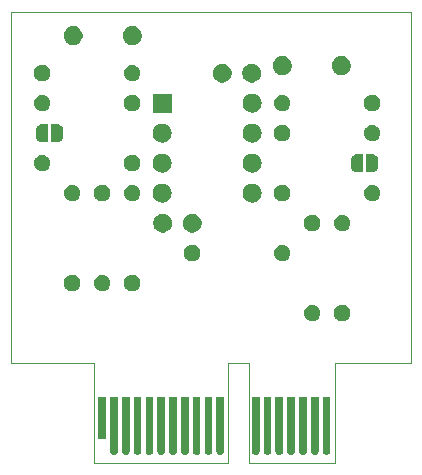
<source format=gbr>
%TF.GenerationSoftware,KiCad,Pcbnew,5.0.2-bee76a0~70~ubuntu16.04.1*%
%TF.CreationDate,2019-06-19T10:20:04+02:00*%
%TF.ProjectId,mixerin_output,6d697865-7269-46e5-9f6f-75747075742e,rev?*%
%TF.SameCoordinates,Original*%
%TF.FileFunction,Soldermask,Bot*%
%TF.FilePolarity,Negative*%
%FSLAX46Y46*%
G04 Gerber Fmt 4.6, Leading zero omitted, Abs format (unit mm)*
G04 Created by KiCad (PCBNEW 5.0.2-bee76a0~70~ubuntu16.04.1) date Mi 19 Jun 2019 10:20:04 CEST*
%MOMM*%
%LPD*%
G01*
G04 APERTURE LIST*
%ADD10C,0.100000*%
G04 APERTURE END LIST*
D10*
X108915200Y-69850000D02*
X116230400Y-69850000D01*
X108915200Y-61350000D02*
X108915200Y-69850000D01*
X107137200Y-61350000D02*
X108915200Y-61350000D01*
X107137200Y-69850000D02*
X107137200Y-61350000D01*
X122682000Y-31623000D02*
X122682000Y-61350000D01*
X88773000Y-31623000D02*
X122682000Y-31623000D01*
X88773000Y-61350000D02*
X88773000Y-31623000D01*
X95808800Y-61350000D02*
X88773000Y-61350000D01*
X95808800Y-69850000D02*
X95808800Y-61350000D01*
X107111800Y-69850000D02*
X95808800Y-69850000D01*
X116230400Y-61350000D02*
X116230400Y-69850000D01*
X122682000Y-61350000D02*
X116230400Y-61350000D01*
G36*
X111845000Y-68817895D02*
X111845602Y-68830146D01*
X111846572Y-68840000D01*
X111845602Y-68849854D01*
X111845000Y-68862105D01*
X111845000Y-68901908D01*
X111836845Y-68917165D01*
X111832712Y-68928715D01*
X111821713Y-68964975D01*
X111805582Y-68995153D01*
X111791535Y-69021434D01*
X111750921Y-69070921D01*
X111701434Y-69111535D01*
X111682614Y-69121594D01*
X111644972Y-69141715D01*
X111583712Y-69160298D01*
X111535965Y-69165000D01*
X111504035Y-69165000D01*
X111456288Y-69160298D01*
X111395028Y-69141715D01*
X111357386Y-69121594D01*
X111338566Y-69111535D01*
X111289079Y-69070921D01*
X111248465Y-69021434D01*
X111234418Y-68995153D01*
X111218287Y-68964975D01*
X111207288Y-68928715D01*
X111197910Y-68906076D01*
X111195000Y-68901721D01*
X111195000Y-68862105D01*
X111194398Y-68849854D01*
X111193428Y-68840000D01*
X111194398Y-68830146D01*
X111195000Y-68817895D01*
X111195000Y-64240000D01*
X111845000Y-64240000D01*
X111845000Y-68817895D01*
X111845000Y-68817895D01*
G37*
G36*
X112845000Y-68817895D02*
X112845602Y-68830146D01*
X112846572Y-68840000D01*
X112845602Y-68849854D01*
X112845000Y-68862105D01*
X112845000Y-68901908D01*
X112836845Y-68917165D01*
X112832712Y-68928715D01*
X112821713Y-68964975D01*
X112805582Y-68995153D01*
X112791535Y-69021434D01*
X112750921Y-69070921D01*
X112701434Y-69111535D01*
X112682614Y-69121594D01*
X112644972Y-69141715D01*
X112583712Y-69160298D01*
X112535965Y-69165000D01*
X112504035Y-69165000D01*
X112456288Y-69160298D01*
X112395028Y-69141715D01*
X112357386Y-69121594D01*
X112338566Y-69111535D01*
X112289079Y-69070921D01*
X112248465Y-69021434D01*
X112234418Y-68995153D01*
X112218287Y-68964975D01*
X112207288Y-68928715D01*
X112197910Y-68906076D01*
X112195000Y-68901721D01*
X112195000Y-68862105D01*
X112194398Y-68849854D01*
X112193428Y-68840000D01*
X112194398Y-68830146D01*
X112195000Y-68817895D01*
X112195000Y-64240000D01*
X112845000Y-64240000D01*
X112845000Y-68817895D01*
X112845000Y-68817895D01*
G37*
G36*
X99845000Y-68817895D02*
X99845602Y-68830146D01*
X99846572Y-68840000D01*
X99845602Y-68849854D01*
X99845000Y-68862105D01*
X99845000Y-68901908D01*
X99836845Y-68917165D01*
X99832712Y-68928715D01*
X99821713Y-68964975D01*
X99805582Y-68995153D01*
X99791535Y-69021434D01*
X99750921Y-69070921D01*
X99701434Y-69111535D01*
X99682614Y-69121594D01*
X99644972Y-69141715D01*
X99583712Y-69160298D01*
X99535965Y-69165000D01*
X99504035Y-69165000D01*
X99456288Y-69160298D01*
X99395028Y-69141715D01*
X99357386Y-69121594D01*
X99338566Y-69111535D01*
X99289079Y-69070921D01*
X99248465Y-69021434D01*
X99234418Y-68995153D01*
X99218287Y-68964975D01*
X99207288Y-68928715D01*
X99197910Y-68906076D01*
X99195000Y-68901721D01*
X99195000Y-68862105D01*
X99194398Y-68849854D01*
X99193428Y-68840000D01*
X99194398Y-68830146D01*
X99195000Y-68817895D01*
X99195000Y-64240000D01*
X99845000Y-64240000D01*
X99845000Y-68817895D01*
X99845000Y-68817895D01*
G37*
G36*
X100845000Y-68817895D02*
X100845602Y-68830146D01*
X100846572Y-68840000D01*
X100845602Y-68849854D01*
X100845000Y-68862105D01*
X100845000Y-68901908D01*
X100836845Y-68917165D01*
X100832712Y-68928715D01*
X100821713Y-68964975D01*
X100805582Y-68995153D01*
X100791535Y-69021434D01*
X100750921Y-69070921D01*
X100701434Y-69111535D01*
X100682614Y-69121594D01*
X100644972Y-69141715D01*
X100583712Y-69160298D01*
X100535965Y-69165000D01*
X100504035Y-69165000D01*
X100456288Y-69160298D01*
X100395028Y-69141715D01*
X100357386Y-69121594D01*
X100338566Y-69111535D01*
X100289079Y-69070921D01*
X100248465Y-69021434D01*
X100234418Y-68995153D01*
X100218287Y-68964975D01*
X100207288Y-68928715D01*
X100197910Y-68906076D01*
X100195000Y-68901721D01*
X100195000Y-68862105D01*
X100194398Y-68849854D01*
X100193428Y-68840000D01*
X100194398Y-68830146D01*
X100195000Y-68817895D01*
X100195000Y-64240000D01*
X100845000Y-64240000D01*
X100845000Y-68817895D01*
X100845000Y-68817895D01*
G37*
G36*
X101845000Y-68817895D02*
X101845602Y-68830146D01*
X101846572Y-68840000D01*
X101845602Y-68849854D01*
X101845000Y-68862105D01*
X101845000Y-68901908D01*
X101836845Y-68917165D01*
X101832712Y-68928715D01*
X101821713Y-68964975D01*
X101805582Y-68995153D01*
X101791535Y-69021434D01*
X101750921Y-69070921D01*
X101701434Y-69111535D01*
X101682614Y-69121594D01*
X101644972Y-69141715D01*
X101583712Y-69160298D01*
X101535965Y-69165000D01*
X101504035Y-69165000D01*
X101456288Y-69160298D01*
X101395028Y-69141715D01*
X101357386Y-69121594D01*
X101338566Y-69111535D01*
X101289079Y-69070921D01*
X101248465Y-69021434D01*
X101234418Y-68995153D01*
X101218287Y-68964975D01*
X101207288Y-68928715D01*
X101197910Y-68906076D01*
X101195000Y-68901721D01*
X101195000Y-68862105D01*
X101194398Y-68849854D01*
X101193428Y-68840000D01*
X101194398Y-68830146D01*
X101195000Y-68817895D01*
X101195000Y-64240000D01*
X101845000Y-64240000D01*
X101845000Y-68817895D01*
X101845000Y-68817895D01*
G37*
G36*
X102845000Y-68817895D02*
X102845602Y-68830146D01*
X102846572Y-68840000D01*
X102845602Y-68849854D01*
X102845000Y-68862105D01*
X102845000Y-68901908D01*
X102836845Y-68917165D01*
X102832712Y-68928715D01*
X102821713Y-68964975D01*
X102805582Y-68995153D01*
X102791535Y-69021434D01*
X102750921Y-69070921D01*
X102701434Y-69111535D01*
X102682614Y-69121594D01*
X102644972Y-69141715D01*
X102583712Y-69160298D01*
X102535965Y-69165000D01*
X102504035Y-69165000D01*
X102456288Y-69160298D01*
X102395028Y-69141715D01*
X102357386Y-69121594D01*
X102338566Y-69111535D01*
X102289079Y-69070921D01*
X102248465Y-69021434D01*
X102234418Y-68995153D01*
X102218287Y-68964975D01*
X102207288Y-68928715D01*
X102197910Y-68906076D01*
X102195000Y-68901721D01*
X102195000Y-68862105D01*
X102194398Y-68849854D01*
X102193428Y-68840000D01*
X102194398Y-68830146D01*
X102195000Y-68817895D01*
X102195000Y-64240000D01*
X102845000Y-64240000D01*
X102845000Y-68817895D01*
X102845000Y-68817895D01*
G37*
G36*
X103845000Y-68817895D02*
X103845602Y-68830146D01*
X103846572Y-68840000D01*
X103845602Y-68849854D01*
X103845000Y-68862105D01*
X103845000Y-68901908D01*
X103836845Y-68917165D01*
X103832712Y-68928715D01*
X103821713Y-68964975D01*
X103805582Y-68995153D01*
X103791535Y-69021434D01*
X103750921Y-69070921D01*
X103701434Y-69111535D01*
X103682614Y-69121594D01*
X103644972Y-69141715D01*
X103583712Y-69160298D01*
X103535965Y-69165000D01*
X103504035Y-69165000D01*
X103456288Y-69160298D01*
X103395028Y-69141715D01*
X103357386Y-69121594D01*
X103338566Y-69111535D01*
X103289079Y-69070921D01*
X103248465Y-69021434D01*
X103234418Y-68995153D01*
X103218287Y-68964975D01*
X103207288Y-68928715D01*
X103197910Y-68906076D01*
X103195000Y-68901721D01*
X103195000Y-68862105D01*
X103194398Y-68849854D01*
X103193428Y-68840000D01*
X103194398Y-68830146D01*
X103195000Y-68817895D01*
X103195000Y-64240000D01*
X103845000Y-64240000D01*
X103845000Y-68817895D01*
X103845000Y-68817895D01*
G37*
G36*
X104845000Y-68817895D02*
X104845602Y-68830146D01*
X104846572Y-68840000D01*
X104845602Y-68849854D01*
X104845000Y-68862105D01*
X104845000Y-68901908D01*
X104836845Y-68917165D01*
X104832712Y-68928715D01*
X104821713Y-68964975D01*
X104805582Y-68995153D01*
X104791535Y-69021434D01*
X104750921Y-69070921D01*
X104701434Y-69111535D01*
X104682614Y-69121594D01*
X104644972Y-69141715D01*
X104583712Y-69160298D01*
X104535965Y-69165000D01*
X104504035Y-69165000D01*
X104456288Y-69160298D01*
X104395028Y-69141715D01*
X104357386Y-69121594D01*
X104338566Y-69111535D01*
X104289079Y-69070921D01*
X104248465Y-69021434D01*
X104234418Y-68995153D01*
X104218287Y-68964975D01*
X104207288Y-68928715D01*
X104197910Y-68906076D01*
X104195000Y-68901721D01*
X104195000Y-68862105D01*
X104194398Y-68849854D01*
X104193428Y-68840000D01*
X104194398Y-68830146D01*
X104195000Y-68817895D01*
X104195000Y-64240000D01*
X104845000Y-64240000D01*
X104845000Y-68817895D01*
X104845000Y-68817895D01*
G37*
G36*
X105845000Y-68817895D02*
X105845602Y-68830146D01*
X105846572Y-68840000D01*
X105845602Y-68849854D01*
X105845000Y-68862105D01*
X105845000Y-68901908D01*
X105836845Y-68917165D01*
X105832712Y-68928715D01*
X105821713Y-68964975D01*
X105805582Y-68995153D01*
X105791535Y-69021434D01*
X105750921Y-69070921D01*
X105701434Y-69111535D01*
X105682614Y-69121594D01*
X105644972Y-69141715D01*
X105583712Y-69160298D01*
X105535965Y-69165000D01*
X105504035Y-69165000D01*
X105456288Y-69160298D01*
X105395028Y-69141715D01*
X105357386Y-69121594D01*
X105338566Y-69111535D01*
X105289079Y-69070921D01*
X105248465Y-69021434D01*
X105234418Y-68995153D01*
X105218287Y-68964975D01*
X105207288Y-68928715D01*
X105197910Y-68906076D01*
X105195000Y-68901721D01*
X105195000Y-68862105D01*
X105194398Y-68849854D01*
X105193428Y-68840000D01*
X105194398Y-68830146D01*
X105195000Y-68817895D01*
X105195000Y-64240000D01*
X105845000Y-64240000D01*
X105845000Y-68817895D01*
X105845000Y-68817895D01*
G37*
G36*
X98845000Y-68817895D02*
X98845602Y-68830146D01*
X98846572Y-68840000D01*
X98845602Y-68849854D01*
X98845000Y-68862105D01*
X98845000Y-68901908D01*
X98836845Y-68917165D01*
X98832712Y-68928715D01*
X98821713Y-68964975D01*
X98805582Y-68995153D01*
X98791535Y-69021434D01*
X98750921Y-69070921D01*
X98701434Y-69111535D01*
X98682614Y-69121594D01*
X98644972Y-69141715D01*
X98583712Y-69160298D01*
X98535965Y-69165000D01*
X98504035Y-69165000D01*
X98456288Y-69160298D01*
X98395028Y-69141715D01*
X98357386Y-69121594D01*
X98338566Y-69111535D01*
X98289079Y-69070921D01*
X98248465Y-69021434D01*
X98234418Y-68995153D01*
X98218287Y-68964975D01*
X98207288Y-68928715D01*
X98197910Y-68906076D01*
X98195000Y-68901721D01*
X98195000Y-68862105D01*
X98194398Y-68849854D01*
X98193428Y-68840000D01*
X98194398Y-68830146D01*
X98195000Y-68817895D01*
X98195000Y-64240000D01*
X98845000Y-64240000D01*
X98845000Y-68817895D01*
X98845000Y-68817895D01*
G37*
G36*
X110845000Y-68817895D02*
X110845602Y-68830146D01*
X110846572Y-68840000D01*
X110845602Y-68849854D01*
X110845000Y-68862105D01*
X110845000Y-68901908D01*
X110836845Y-68917165D01*
X110832712Y-68928715D01*
X110821713Y-68964975D01*
X110805582Y-68995153D01*
X110791535Y-69021434D01*
X110750921Y-69070921D01*
X110701434Y-69111535D01*
X110682614Y-69121594D01*
X110644972Y-69141715D01*
X110583712Y-69160298D01*
X110535965Y-69165000D01*
X110504035Y-69165000D01*
X110456288Y-69160298D01*
X110395028Y-69141715D01*
X110357386Y-69121594D01*
X110338566Y-69111535D01*
X110289079Y-69070921D01*
X110248465Y-69021434D01*
X110234418Y-68995153D01*
X110218287Y-68964975D01*
X110207288Y-68928715D01*
X110197910Y-68906076D01*
X110195000Y-68901721D01*
X110195000Y-68862105D01*
X110194398Y-68849854D01*
X110193428Y-68840000D01*
X110194398Y-68830146D01*
X110195000Y-68817895D01*
X110195000Y-64240000D01*
X110845000Y-64240000D01*
X110845000Y-68817895D01*
X110845000Y-68817895D01*
G37*
G36*
X113845000Y-68817895D02*
X113845602Y-68830146D01*
X113846572Y-68840000D01*
X113845602Y-68849854D01*
X113845000Y-68862105D01*
X113845000Y-68901908D01*
X113836845Y-68917165D01*
X113832712Y-68928715D01*
X113821713Y-68964975D01*
X113805582Y-68995153D01*
X113791535Y-69021434D01*
X113750921Y-69070921D01*
X113701434Y-69111535D01*
X113682614Y-69121594D01*
X113644972Y-69141715D01*
X113583712Y-69160298D01*
X113535965Y-69165000D01*
X113504035Y-69165000D01*
X113456288Y-69160298D01*
X113395028Y-69141715D01*
X113357386Y-69121594D01*
X113338566Y-69111535D01*
X113289079Y-69070921D01*
X113248465Y-69021434D01*
X113234418Y-68995153D01*
X113218287Y-68964975D01*
X113207288Y-68928715D01*
X113197910Y-68906076D01*
X113195000Y-68901721D01*
X113195000Y-68862105D01*
X113194398Y-68849854D01*
X113193428Y-68840000D01*
X113194398Y-68830146D01*
X113195000Y-68817895D01*
X113195000Y-64240000D01*
X113845000Y-64240000D01*
X113845000Y-68817895D01*
X113845000Y-68817895D01*
G37*
G36*
X106845000Y-68817895D02*
X106845602Y-68830146D01*
X106846572Y-68840000D01*
X106845602Y-68849854D01*
X106845000Y-68862105D01*
X106845000Y-68901908D01*
X106836845Y-68917165D01*
X106832712Y-68928715D01*
X106821713Y-68964975D01*
X106805582Y-68995153D01*
X106791535Y-69021434D01*
X106750921Y-69070921D01*
X106701434Y-69111535D01*
X106682614Y-69121594D01*
X106644972Y-69141715D01*
X106583712Y-69160298D01*
X106535965Y-69165000D01*
X106504035Y-69165000D01*
X106456288Y-69160298D01*
X106395028Y-69141715D01*
X106357386Y-69121594D01*
X106338566Y-69111535D01*
X106289079Y-69070921D01*
X106248465Y-69021434D01*
X106234418Y-68995153D01*
X106218287Y-68964975D01*
X106207288Y-68928715D01*
X106197910Y-68906076D01*
X106195000Y-68901721D01*
X106195000Y-68862105D01*
X106194398Y-68849854D01*
X106193428Y-68840000D01*
X106194398Y-68830146D01*
X106195000Y-68817895D01*
X106195000Y-64240000D01*
X106845000Y-64240000D01*
X106845000Y-68817895D01*
X106845000Y-68817895D01*
G37*
G36*
X109845000Y-68817895D02*
X109845602Y-68830146D01*
X109846572Y-68840000D01*
X109845602Y-68849854D01*
X109845000Y-68862105D01*
X109845000Y-68901908D01*
X109836845Y-68917165D01*
X109832712Y-68928715D01*
X109821713Y-68964975D01*
X109805582Y-68995153D01*
X109791535Y-69021434D01*
X109750921Y-69070921D01*
X109701434Y-69111535D01*
X109682614Y-69121594D01*
X109644972Y-69141715D01*
X109583712Y-69160298D01*
X109535965Y-69165000D01*
X109504035Y-69165000D01*
X109456288Y-69160298D01*
X109395028Y-69141715D01*
X109357386Y-69121594D01*
X109338566Y-69111535D01*
X109289079Y-69070921D01*
X109248465Y-69021434D01*
X109234418Y-68995153D01*
X109218287Y-68964975D01*
X109207288Y-68928715D01*
X109197910Y-68906076D01*
X109195000Y-68901721D01*
X109195000Y-68862105D01*
X109194398Y-68849854D01*
X109193428Y-68840000D01*
X109194398Y-68830146D01*
X109195000Y-68817895D01*
X109195000Y-64240000D01*
X109845000Y-64240000D01*
X109845000Y-68817895D01*
X109845000Y-68817895D01*
G37*
G36*
X114845000Y-68817895D02*
X114845602Y-68830146D01*
X114846572Y-68840000D01*
X114845602Y-68849854D01*
X114845000Y-68862105D01*
X114845000Y-68901908D01*
X114836845Y-68917165D01*
X114832712Y-68928715D01*
X114821713Y-68964975D01*
X114805582Y-68995153D01*
X114791535Y-69021434D01*
X114750921Y-69070921D01*
X114701434Y-69111535D01*
X114682614Y-69121594D01*
X114644972Y-69141715D01*
X114583712Y-69160298D01*
X114535965Y-69165000D01*
X114504035Y-69165000D01*
X114456288Y-69160298D01*
X114395028Y-69141715D01*
X114357386Y-69121594D01*
X114338566Y-69111535D01*
X114289079Y-69070921D01*
X114248465Y-69021434D01*
X114234418Y-68995153D01*
X114218287Y-68964975D01*
X114207288Y-68928715D01*
X114197910Y-68906076D01*
X114195000Y-68901721D01*
X114195000Y-68862105D01*
X114194398Y-68849854D01*
X114193428Y-68840000D01*
X114194398Y-68830146D01*
X114195000Y-68817895D01*
X114195000Y-64240000D01*
X114845000Y-64240000D01*
X114845000Y-68817895D01*
X114845000Y-68817895D01*
G37*
G36*
X115845000Y-68817895D02*
X115845602Y-68830146D01*
X115846572Y-68840000D01*
X115845602Y-68849854D01*
X115845000Y-68862105D01*
X115845000Y-68901908D01*
X115836845Y-68917165D01*
X115832712Y-68928715D01*
X115821713Y-68964975D01*
X115805582Y-68995153D01*
X115791535Y-69021434D01*
X115750921Y-69070921D01*
X115701434Y-69111535D01*
X115682614Y-69121594D01*
X115644972Y-69141715D01*
X115583712Y-69160298D01*
X115535965Y-69165000D01*
X115504035Y-69165000D01*
X115456288Y-69160298D01*
X115395028Y-69141715D01*
X115357386Y-69121594D01*
X115338566Y-69111535D01*
X115289079Y-69070921D01*
X115248465Y-69021434D01*
X115234418Y-68995153D01*
X115218287Y-68964975D01*
X115207288Y-68928715D01*
X115197910Y-68906076D01*
X115195000Y-68901721D01*
X115195000Y-68862105D01*
X115194398Y-68849854D01*
X115193428Y-68840000D01*
X115194398Y-68830146D01*
X115195000Y-68817895D01*
X115195000Y-64240000D01*
X115845000Y-64240000D01*
X115845000Y-68817895D01*
X115845000Y-68817895D01*
G37*
G36*
X97845000Y-68817895D02*
X97845602Y-68830146D01*
X97846572Y-68840000D01*
X97845602Y-68849854D01*
X97845000Y-68862105D01*
X97845000Y-68901908D01*
X97836845Y-68917165D01*
X97832712Y-68928715D01*
X97821713Y-68964975D01*
X97805582Y-68995153D01*
X97791535Y-69021434D01*
X97750921Y-69070921D01*
X97701434Y-69111535D01*
X97682614Y-69121594D01*
X97644972Y-69141715D01*
X97583712Y-69160298D01*
X97535965Y-69165000D01*
X97504035Y-69165000D01*
X97456288Y-69160298D01*
X97395028Y-69141715D01*
X97357386Y-69121594D01*
X97338566Y-69111535D01*
X97289079Y-69070921D01*
X97248465Y-69021434D01*
X97234418Y-68995153D01*
X97218287Y-68964975D01*
X97207288Y-68928715D01*
X97197910Y-68906076D01*
X97195000Y-68901721D01*
X97195000Y-68862105D01*
X97194398Y-68849854D01*
X97193428Y-68840000D01*
X97194398Y-68830146D01*
X97195000Y-68817895D01*
X97195000Y-64240000D01*
X97845000Y-64240000D01*
X97845000Y-68817895D01*
X97845000Y-68817895D01*
G37*
G36*
X96845000Y-67840000D02*
X96195000Y-67840000D01*
X96195000Y-64240000D01*
X96845000Y-64240000D01*
X96845000Y-67840000D01*
X96845000Y-67840000D01*
G37*
G36*
X114504183Y-56476900D02*
X114631574Y-56529668D01*
X114684685Y-56565155D01*
X114746225Y-56606275D01*
X114843725Y-56703775D01*
X114920332Y-56818426D01*
X114973100Y-56945817D01*
X115000000Y-57081055D01*
X115000000Y-57218945D01*
X114973100Y-57354183D01*
X114920332Y-57481574D01*
X114843726Y-57596224D01*
X114746224Y-57693726D01*
X114631574Y-57770332D01*
X114504183Y-57823100D01*
X114368945Y-57850000D01*
X114231055Y-57850000D01*
X114095817Y-57823100D01*
X113968426Y-57770332D01*
X113853776Y-57693726D01*
X113756274Y-57596224D01*
X113679668Y-57481574D01*
X113626900Y-57354183D01*
X113600000Y-57218945D01*
X113600000Y-57081055D01*
X113626900Y-56945817D01*
X113679668Y-56818426D01*
X113756275Y-56703775D01*
X113853775Y-56606275D01*
X113915316Y-56565155D01*
X113968426Y-56529668D01*
X114095817Y-56476900D01*
X114231055Y-56450000D01*
X114368945Y-56450000D01*
X114504183Y-56476900D01*
X114504183Y-56476900D01*
G37*
G36*
X116977224Y-56460128D02*
X117109175Y-56500155D01*
X117230781Y-56565155D01*
X117337370Y-56652630D01*
X117424845Y-56759219D01*
X117489845Y-56880825D01*
X117529872Y-57012776D01*
X117543387Y-57150000D01*
X117529872Y-57287224D01*
X117489845Y-57419175D01*
X117424845Y-57540781D01*
X117337370Y-57647370D01*
X117230781Y-57734845D01*
X117109175Y-57799845D01*
X116977224Y-57839872D01*
X116874390Y-57850000D01*
X116805610Y-57850000D01*
X116702776Y-57839872D01*
X116570825Y-57799845D01*
X116449219Y-57734845D01*
X116342630Y-57647370D01*
X116255155Y-57540781D01*
X116190155Y-57419175D01*
X116150128Y-57287224D01*
X116136613Y-57150000D01*
X116150128Y-57012776D01*
X116190155Y-56880825D01*
X116255155Y-56759219D01*
X116342630Y-56652630D01*
X116449219Y-56565155D01*
X116570825Y-56500155D01*
X116702776Y-56460128D01*
X116805610Y-56450000D01*
X116874390Y-56450000D01*
X116977224Y-56460128D01*
X116977224Y-56460128D01*
G37*
G36*
X94117224Y-53920128D02*
X94249175Y-53960155D01*
X94370781Y-54025155D01*
X94477370Y-54112630D01*
X94564845Y-54219219D01*
X94629845Y-54340825D01*
X94669872Y-54472776D01*
X94683387Y-54610000D01*
X94669872Y-54747224D01*
X94629845Y-54879175D01*
X94564845Y-55000781D01*
X94477370Y-55107370D01*
X94370781Y-55194845D01*
X94249175Y-55259845D01*
X94117224Y-55299872D01*
X94014390Y-55310000D01*
X93945610Y-55310000D01*
X93842776Y-55299872D01*
X93710825Y-55259845D01*
X93589219Y-55194845D01*
X93482630Y-55107370D01*
X93395155Y-55000781D01*
X93330155Y-54879175D01*
X93290128Y-54747224D01*
X93276613Y-54610000D01*
X93290128Y-54472776D01*
X93330155Y-54340825D01*
X93395155Y-54219219D01*
X93482630Y-54112630D01*
X93589219Y-54025155D01*
X93710825Y-53960155D01*
X93842776Y-53920128D01*
X93945610Y-53910000D01*
X94014390Y-53910000D01*
X94117224Y-53920128D01*
X94117224Y-53920128D01*
G37*
G36*
X99197224Y-53920128D02*
X99329175Y-53960155D01*
X99450781Y-54025155D01*
X99557370Y-54112630D01*
X99644845Y-54219219D01*
X99709845Y-54340825D01*
X99749872Y-54472776D01*
X99763387Y-54610000D01*
X99749872Y-54747224D01*
X99709845Y-54879175D01*
X99644845Y-55000781D01*
X99557370Y-55107370D01*
X99450781Y-55194845D01*
X99329175Y-55259845D01*
X99197224Y-55299872D01*
X99094390Y-55310000D01*
X99025610Y-55310000D01*
X98922776Y-55299872D01*
X98790825Y-55259845D01*
X98669219Y-55194845D01*
X98562630Y-55107370D01*
X98475155Y-55000781D01*
X98410155Y-54879175D01*
X98370128Y-54747224D01*
X98356613Y-54610000D01*
X98370128Y-54472776D01*
X98410155Y-54340825D01*
X98475155Y-54219219D01*
X98562630Y-54112630D01*
X98669219Y-54025155D01*
X98790825Y-53960155D01*
X98922776Y-53920128D01*
X99025610Y-53910000D01*
X99094390Y-53910000D01*
X99197224Y-53920128D01*
X99197224Y-53920128D01*
G37*
G36*
X96724183Y-53936900D02*
X96851574Y-53989668D01*
X96904685Y-54025155D01*
X96966225Y-54066275D01*
X97063725Y-54163775D01*
X97140332Y-54278426D01*
X97193100Y-54405817D01*
X97220000Y-54541055D01*
X97220000Y-54678945D01*
X97193100Y-54814183D01*
X97140332Y-54941574D01*
X97063726Y-55056224D01*
X96966224Y-55153726D01*
X96851574Y-55230332D01*
X96724183Y-55283100D01*
X96588945Y-55310000D01*
X96451055Y-55310000D01*
X96315817Y-55283100D01*
X96188426Y-55230332D01*
X96073776Y-55153726D01*
X95976274Y-55056224D01*
X95899668Y-54941574D01*
X95846900Y-54814183D01*
X95820000Y-54678945D01*
X95820000Y-54541055D01*
X95846900Y-54405817D01*
X95899668Y-54278426D01*
X95976275Y-54163775D01*
X96073775Y-54066275D01*
X96135316Y-54025155D01*
X96188426Y-53989668D01*
X96315817Y-53936900D01*
X96451055Y-53910000D01*
X96588945Y-53910000D01*
X96724183Y-53936900D01*
X96724183Y-53936900D01*
G37*
G36*
X104277224Y-51380128D02*
X104409175Y-51420155D01*
X104530781Y-51485155D01*
X104637370Y-51572630D01*
X104724845Y-51679219D01*
X104789845Y-51800825D01*
X104829872Y-51932776D01*
X104843387Y-52070000D01*
X104829872Y-52207224D01*
X104789845Y-52339175D01*
X104724845Y-52460781D01*
X104637370Y-52567370D01*
X104530781Y-52654845D01*
X104409175Y-52719845D01*
X104277224Y-52759872D01*
X104174390Y-52770000D01*
X104105610Y-52770000D01*
X104002776Y-52759872D01*
X103870825Y-52719845D01*
X103749219Y-52654845D01*
X103642630Y-52567370D01*
X103555155Y-52460781D01*
X103490155Y-52339175D01*
X103450128Y-52207224D01*
X103436613Y-52070000D01*
X103450128Y-51932776D01*
X103490155Y-51800825D01*
X103555155Y-51679219D01*
X103642630Y-51572630D01*
X103749219Y-51485155D01*
X103870825Y-51420155D01*
X104002776Y-51380128D01*
X104105610Y-51370000D01*
X104174390Y-51370000D01*
X104277224Y-51380128D01*
X104277224Y-51380128D01*
G37*
G36*
X111964183Y-51396900D02*
X112091574Y-51449668D01*
X112144685Y-51485155D01*
X112206225Y-51526275D01*
X112303725Y-51623775D01*
X112380332Y-51738426D01*
X112433100Y-51865817D01*
X112460000Y-52001055D01*
X112460000Y-52138945D01*
X112433100Y-52274183D01*
X112380332Y-52401574D01*
X112303726Y-52516224D01*
X112206224Y-52613726D01*
X112091574Y-52690332D01*
X111964183Y-52743100D01*
X111828945Y-52770000D01*
X111691055Y-52770000D01*
X111555817Y-52743100D01*
X111428426Y-52690332D01*
X111313776Y-52613726D01*
X111216274Y-52516224D01*
X111139668Y-52401574D01*
X111086900Y-52274183D01*
X111060000Y-52138945D01*
X111060000Y-52001055D01*
X111086900Y-51865817D01*
X111139668Y-51738426D01*
X111216275Y-51623775D01*
X111313775Y-51526275D01*
X111375316Y-51485155D01*
X111428426Y-51449668D01*
X111555817Y-51396900D01*
X111691055Y-51370000D01*
X111828945Y-51370000D01*
X111964183Y-51396900D01*
X111964183Y-51396900D01*
G37*
G36*
X104373352Y-48760743D02*
X104518941Y-48821048D01*
X104649973Y-48908601D01*
X104761399Y-49020027D01*
X104848952Y-49151059D01*
X104909257Y-49296648D01*
X104940000Y-49451205D01*
X104940000Y-49608795D01*
X104909257Y-49763352D01*
X104848952Y-49908941D01*
X104761399Y-50039973D01*
X104649973Y-50151399D01*
X104518941Y-50238952D01*
X104373352Y-50299257D01*
X104218795Y-50330000D01*
X104061205Y-50330000D01*
X103906648Y-50299257D01*
X103761059Y-50238952D01*
X103630027Y-50151399D01*
X103518601Y-50039973D01*
X103431048Y-49908941D01*
X103370743Y-49763352D01*
X103340000Y-49608795D01*
X103340000Y-49451205D01*
X103370743Y-49296648D01*
X103431048Y-49151059D01*
X103518601Y-49020027D01*
X103630027Y-48908601D01*
X103761059Y-48821048D01*
X103906648Y-48760743D01*
X104061205Y-48730000D01*
X104218795Y-48730000D01*
X104373352Y-48760743D01*
X104373352Y-48760743D01*
G37*
G36*
X101873352Y-48760743D02*
X102018941Y-48821048D01*
X102149973Y-48908601D01*
X102261399Y-49020027D01*
X102348952Y-49151059D01*
X102409257Y-49296648D01*
X102440000Y-49451205D01*
X102440000Y-49608795D01*
X102409257Y-49763352D01*
X102348952Y-49908941D01*
X102261399Y-50039973D01*
X102149973Y-50151399D01*
X102018941Y-50238952D01*
X101873352Y-50299257D01*
X101718795Y-50330000D01*
X101561205Y-50330000D01*
X101406648Y-50299257D01*
X101261059Y-50238952D01*
X101130027Y-50151399D01*
X101018601Y-50039973D01*
X100931048Y-49908941D01*
X100870743Y-49763352D01*
X100840000Y-49608795D01*
X100840000Y-49451205D01*
X100870743Y-49296648D01*
X100931048Y-49151059D01*
X101018601Y-49020027D01*
X101130027Y-48908601D01*
X101261059Y-48821048D01*
X101406648Y-48760743D01*
X101561205Y-48730000D01*
X101718795Y-48730000D01*
X101873352Y-48760743D01*
X101873352Y-48760743D01*
G37*
G36*
X114437224Y-48840128D02*
X114569175Y-48880155D01*
X114690781Y-48945155D01*
X114797370Y-49032630D01*
X114884845Y-49139219D01*
X114949845Y-49260825D01*
X114989872Y-49392776D01*
X115003387Y-49530000D01*
X114989872Y-49667224D01*
X114949845Y-49799175D01*
X114884845Y-49920781D01*
X114797370Y-50027370D01*
X114690781Y-50114845D01*
X114569175Y-50179845D01*
X114437224Y-50219872D01*
X114334390Y-50230000D01*
X114265610Y-50230000D01*
X114162776Y-50219872D01*
X114030825Y-50179845D01*
X113909219Y-50114845D01*
X113802630Y-50027370D01*
X113715155Y-49920781D01*
X113650155Y-49799175D01*
X113610128Y-49667224D01*
X113596613Y-49530000D01*
X113610128Y-49392776D01*
X113650155Y-49260825D01*
X113715155Y-49139219D01*
X113802630Y-49032630D01*
X113909219Y-48945155D01*
X114030825Y-48880155D01*
X114162776Y-48840128D01*
X114265610Y-48830000D01*
X114334390Y-48830000D01*
X114437224Y-48840128D01*
X114437224Y-48840128D01*
G37*
G36*
X117044183Y-48856900D02*
X117168993Y-48908599D01*
X117171574Y-48909668D01*
X117224685Y-48945155D01*
X117286225Y-48986275D01*
X117383725Y-49083775D01*
X117460332Y-49198426D01*
X117513100Y-49325817D01*
X117540000Y-49461055D01*
X117540000Y-49598945D01*
X117513100Y-49734183D01*
X117460332Y-49861574D01*
X117383726Y-49976224D01*
X117286224Y-50073726D01*
X117171574Y-50150332D01*
X117044183Y-50203100D01*
X116908945Y-50230000D01*
X116771055Y-50230000D01*
X116635817Y-50203100D01*
X116508426Y-50150332D01*
X116393776Y-50073726D01*
X116296274Y-49976224D01*
X116219668Y-49861574D01*
X116166900Y-49734183D01*
X116140000Y-49598945D01*
X116140000Y-49461055D01*
X116166900Y-49325817D01*
X116219668Y-49198426D01*
X116296275Y-49083775D01*
X116393775Y-48986275D01*
X116455316Y-48945155D01*
X116508426Y-48909668D01*
X116511007Y-48908599D01*
X116635817Y-48856900D01*
X116771055Y-48830000D01*
X116908945Y-48830000D01*
X117044183Y-48856900D01*
X117044183Y-48856900D01*
G37*
G36*
X101717649Y-46197717D02*
X101756827Y-46201576D01*
X101832228Y-46224449D01*
X101907629Y-46247321D01*
X102046608Y-46321608D01*
X102168422Y-46421578D01*
X102268392Y-46543392D01*
X102342679Y-46682371D01*
X102388424Y-46833174D01*
X102403870Y-46990000D01*
X102388424Y-47146826D01*
X102342679Y-47297629D01*
X102268392Y-47436608D01*
X102168422Y-47558422D01*
X102046608Y-47658392D01*
X101907629Y-47732679D01*
X101832227Y-47755552D01*
X101756827Y-47778424D01*
X101717649Y-47782283D01*
X101639295Y-47790000D01*
X101560705Y-47790000D01*
X101482351Y-47782283D01*
X101443173Y-47778424D01*
X101367773Y-47755552D01*
X101292371Y-47732679D01*
X101153392Y-47658392D01*
X101031578Y-47558422D01*
X100931608Y-47436608D01*
X100857321Y-47297629D01*
X100811576Y-47146826D01*
X100796130Y-46990000D01*
X100811576Y-46833174D01*
X100857321Y-46682371D01*
X100931608Y-46543392D01*
X101031578Y-46421578D01*
X101153392Y-46321608D01*
X101292371Y-46247321D01*
X101367772Y-46224449D01*
X101443173Y-46201576D01*
X101482351Y-46197717D01*
X101560705Y-46190000D01*
X101639295Y-46190000D01*
X101717649Y-46197717D01*
X101717649Y-46197717D01*
G37*
G36*
X109337649Y-46197717D02*
X109376827Y-46201576D01*
X109452228Y-46224449D01*
X109527629Y-46247321D01*
X109666608Y-46321608D01*
X109788422Y-46421578D01*
X109888392Y-46543392D01*
X109962679Y-46682371D01*
X110008424Y-46833174D01*
X110023870Y-46990000D01*
X110008424Y-47146826D01*
X109962679Y-47297629D01*
X109888392Y-47436608D01*
X109788422Y-47558422D01*
X109666608Y-47658392D01*
X109527629Y-47732679D01*
X109452227Y-47755552D01*
X109376827Y-47778424D01*
X109337649Y-47782283D01*
X109259295Y-47790000D01*
X109180705Y-47790000D01*
X109102351Y-47782283D01*
X109063173Y-47778424D01*
X108987773Y-47755552D01*
X108912371Y-47732679D01*
X108773392Y-47658392D01*
X108651578Y-47558422D01*
X108551608Y-47436608D01*
X108477321Y-47297629D01*
X108431576Y-47146826D01*
X108416130Y-46990000D01*
X108431576Y-46833174D01*
X108477321Y-46682371D01*
X108551608Y-46543392D01*
X108651578Y-46421578D01*
X108773392Y-46321608D01*
X108912371Y-46247321D01*
X108987772Y-46224449D01*
X109063173Y-46201576D01*
X109102351Y-46197717D01*
X109180705Y-46190000D01*
X109259295Y-46190000D01*
X109337649Y-46197717D01*
X109337649Y-46197717D01*
G37*
G36*
X94184183Y-46316900D02*
X94311574Y-46369668D01*
X94364685Y-46405155D01*
X94426225Y-46446275D01*
X94523725Y-46543775D01*
X94600332Y-46658426D01*
X94653100Y-46785817D01*
X94680000Y-46921055D01*
X94680000Y-47058945D01*
X94653100Y-47194183D01*
X94600332Y-47321574D01*
X94523726Y-47436224D01*
X94426224Y-47533726D01*
X94311574Y-47610332D01*
X94184183Y-47663100D01*
X94048945Y-47690000D01*
X93911055Y-47690000D01*
X93775817Y-47663100D01*
X93648426Y-47610332D01*
X93533776Y-47533726D01*
X93436274Y-47436224D01*
X93359668Y-47321574D01*
X93306900Y-47194183D01*
X93280000Y-47058945D01*
X93280000Y-46921055D01*
X93306900Y-46785817D01*
X93359668Y-46658426D01*
X93436275Y-46543775D01*
X93533775Y-46446275D01*
X93595316Y-46405155D01*
X93648426Y-46369668D01*
X93775817Y-46316900D01*
X93911055Y-46290000D01*
X94048945Y-46290000D01*
X94184183Y-46316900D01*
X94184183Y-46316900D01*
G37*
G36*
X119584183Y-46316900D02*
X119711574Y-46369668D01*
X119764685Y-46405155D01*
X119826225Y-46446275D01*
X119923725Y-46543775D01*
X120000332Y-46658426D01*
X120053100Y-46785817D01*
X120080000Y-46921055D01*
X120080000Y-47058945D01*
X120053100Y-47194183D01*
X120000332Y-47321574D01*
X119923726Y-47436224D01*
X119826224Y-47533726D01*
X119711574Y-47610332D01*
X119584183Y-47663100D01*
X119448945Y-47690000D01*
X119311055Y-47690000D01*
X119175817Y-47663100D01*
X119048426Y-47610332D01*
X118933776Y-47533726D01*
X118836274Y-47436224D01*
X118759668Y-47321574D01*
X118706900Y-47194183D01*
X118680000Y-47058945D01*
X118680000Y-46921055D01*
X118706900Y-46785817D01*
X118759668Y-46658426D01*
X118836275Y-46543775D01*
X118933775Y-46446275D01*
X118995316Y-46405155D01*
X119048426Y-46369668D01*
X119175817Y-46316900D01*
X119311055Y-46290000D01*
X119448945Y-46290000D01*
X119584183Y-46316900D01*
X119584183Y-46316900D01*
G37*
G36*
X111897224Y-46300128D02*
X112029175Y-46340155D01*
X112150781Y-46405155D01*
X112257370Y-46492630D01*
X112344845Y-46599219D01*
X112409845Y-46720825D01*
X112449872Y-46852776D01*
X112463387Y-46990000D01*
X112449872Y-47127224D01*
X112409845Y-47259175D01*
X112344845Y-47380781D01*
X112257370Y-47487370D01*
X112150781Y-47574845D01*
X112029175Y-47639845D01*
X111897224Y-47679872D01*
X111794390Y-47690000D01*
X111725610Y-47690000D01*
X111622776Y-47679872D01*
X111490825Y-47639845D01*
X111369219Y-47574845D01*
X111262630Y-47487370D01*
X111175155Y-47380781D01*
X111110155Y-47259175D01*
X111070128Y-47127224D01*
X111056613Y-46990000D01*
X111070128Y-46852776D01*
X111110155Y-46720825D01*
X111175155Y-46599219D01*
X111262630Y-46492630D01*
X111369219Y-46405155D01*
X111490825Y-46340155D01*
X111622776Y-46300128D01*
X111725610Y-46290000D01*
X111794390Y-46290000D01*
X111897224Y-46300128D01*
X111897224Y-46300128D01*
G37*
G36*
X96657224Y-46300128D02*
X96789175Y-46340155D01*
X96910781Y-46405155D01*
X97017370Y-46492630D01*
X97104845Y-46599219D01*
X97169845Y-46720825D01*
X97209872Y-46852776D01*
X97223387Y-46990000D01*
X97209872Y-47127224D01*
X97169845Y-47259175D01*
X97104845Y-47380781D01*
X97017370Y-47487370D01*
X96910781Y-47574845D01*
X96789175Y-47639845D01*
X96657224Y-47679872D01*
X96554390Y-47690000D01*
X96485610Y-47690000D01*
X96382776Y-47679872D01*
X96250825Y-47639845D01*
X96129219Y-47574845D01*
X96022630Y-47487370D01*
X95935155Y-47380781D01*
X95870155Y-47259175D01*
X95830128Y-47127224D01*
X95816613Y-46990000D01*
X95830128Y-46852776D01*
X95870155Y-46720825D01*
X95935155Y-46599219D01*
X96022630Y-46492630D01*
X96129219Y-46405155D01*
X96250825Y-46340155D01*
X96382776Y-46300128D01*
X96485610Y-46290000D01*
X96554390Y-46290000D01*
X96657224Y-46300128D01*
X96657224Y-46300128D01*
G37*
G36*
X99264183Y-46316900D02*
X99391574Y-46369668D01*
X99444685Y-46405155D01*
X99506225Y-46446275D01*
X99603725Y-46543775D01*
X99680332Y-46658426D01*
X99733100Y-46785817D01*
X99760000Y-46921055D01*
X99760000Y-47058945D01*
X99733100Y-47194183D01*
X99680332Y-47321574D01*
X99603726Y-47436224D01*
X99506224Y-47533726D01*
X99391574Y-47610332D01*
X99264183Y-47663100D01*
X99128945Y-47690000D01*
X98991055Y-47690000D01*
X98855817Y-47663100D01*
X98728426Y-47610332D01*
X98613776Y-47533726D01*
X98516274Y-47436224D01*
X98439668Y-47321574D01*
X98386900Y-47194183D01*
X98360000Y-47058945D01*
X98360000Y-46921055D01*
X98386900Y-46785817D01*
X98439668Y-46658426D01*
X98516275Y-46543775D01*
X98613775Y-46446275D01*
X98675316Y-46405155D01*
X98728426Y-46369668D01*
X98855817Y-46316900D01*
X98991055Y-46290000D01*
X99128945Y-46290000D01*
X99264183Y-46316900D01*
X99264183Y-46316900D01*
G37*
G36*
X101717649Y-43657717D02*
X101756827Y-43661576D01*
X101832227Y-43684448D01*
X101907629Y-43707321D01*
X102046608Y-43781608D01*
X102168422Y-43881578D01*
X102268392Y-44003392D01*
X102342679Y-44142371D01*
X102388424Y-44293174D01*
X102403870Y-44450000D01*
X102388424Y-44606826D01*
X102342679Y-44757629D01*
X102268392Y-44896608D01*
X102168422Y-45018422D01*
X102046608Y-45118392D01*
X101907629Y-45192679D01*
X101832227Y-45215552D01*
X101756827Y-45238424D01*
X101717649Y-45242283D01*
X101639295Y-45250000D01*
X101560705Y-45250000D01*
X101482351Y-45242283D01*
X101443173Y-45238424D01*
X101367773Y-45215552D01*
X101292371Y-45192679D01*
X101153392Y-45118392D01*
X101031578Y-45018422D01*
X100931608Y-44896608D01*
X100857321Y-44757629D01*
X100811576Y-44606826D01*
X100796130Y-44450000D01*
X100811576Y-44293174D01*
X100857321Y-44142371D01*
X100931608Y-44003392D01*
X101031578Y-43881578D01*
X101153392Y-43781608D01*
X101292371Y-43707321D01*
X101367773Y-43684448D01*
X101443173Y-43661576D01*
X101482351Y-43657717D01*
X101560705Y-43650000D01*
X101639295Y-43650000D01*
X101717649Y-43657717D01*
X101717649Y-43657717D01*
G37*
G36*
X109337649Y-43657717D02*
X109376827Y-43661576D01*
X109452227Y-43684448D01*
X109527629Y-43707321D01*
X109666608Y-43781608D01*
X109788422Y-43881578D01*
X109888392Y-44003392D01*
X109962679Y-44142371D01*
X110008424Y-44293174D01*
X110023870Y-44450000D01*
X110008424Y-44606826D01*
X109962679Y-44757629D01*
X109888392Y-44896608D01*
X109788422Y-45018422D01*
X109666608Y-45118392D01*
X109527629Y-45192679D01*
X109452227Y-45215552D01*
X109376827Y-45238424D01*
X109337649Y-45242283D01*
X109259295Y-45250000D01*
X109180705Y-45250000D01*
X109102351Y-45242283D01*
X109063173Y-45238424D01*
X108987773Y-45215552D01*
X108912371Y-45192679D01*
X108773392Y-45118392D01*
X108651578Y-45018422D01*
X108551608Y-44896608D01*
X108477321Y-44757629D01*
X108431576Y-44606826D01*
X108416130Y-44450000D01*
X108431576Y-44293174D01*
X108477321Y-44142371D01*
X108551608Y-44003392D01*
X108651578Y-43881578D01*
X108773392Y-43781608D01*
X108912371Y-43707321D01*
X108987773Y-43684448D01*
X109063173Y-43661576D01*
X109102351Y-43657717D01*
X109180705Y-43650000D01*
X109259295Y-43650000D01*
X109337649Y-43657717D01*
X109337649Y-43657717D01*
G37*
G36*
X118594999Y-43699999D02*
X118594998Y-43699999D01*
X118595000Y-43700000D01*
X118595001Y-43700001D01*
X118595605Y-43706137D01*
X118595605Y-45193863D01*
X118595001Y-45199999D01*
X118594999Y-45200001D01*
X118588863Y-45200605D01*
X118101137Y-45200605D01*
X118082797Y-45198799D01*
X118070547Y-45198197D01*
X118052128Y-45198197D01*
X118039850Y-45196988D01*
X117955768Y-45180263D01*
X117943952Y-45176678D01*
X117864745Y-45143870D01*
X117853860Y-45138053D01*
X117782575Y-45090421D01*
X117773027Y-45082585D01*
X117712415Y-45021973D01*
X117704579Y-45012425D01*
X117656947Y-44941140D01*
X117651130Y-44930255D01*
X117618322Y-44851048D01*
X117614737Y-44839232D01*
X117598012Y-44755150D01*
X117596803Y-44742872D01*
X117596803Y-44724453D01*
X117596201Y-44712203D01*
X117594395Y-44693863D01*
X117594395Y-44206137D01*
X117596201Y-44187797D01*
X117596803Y-44175547D01*
X117596803Y-44157128D01*
X117598012Y-44144850D01*
X117614737Y-44060768D01*
X117618322Y-44048952D01*
X117651130Y-43969745D01*
X117656947Y-43958860D01*
X117704579Y-43887575D01*
X117712415Y-43878027D01*
X117773027Y-43817415D01*
X117782575Y-43809579D01*
X117853860Y-43761947D01*
X117864745Y-43756130D01*
X117943952Y-43723322D01*
X117955768Y-43719737D01*
X118039850Y-43703012D01*
X118052128Y-43701803D01*
X118070547Y-43701803D01*
X118082797Y-43701201D01*
X118101137Y-43699395D01*
X118588863Y-43699395D01*
X118594999Y-43699999D01*
X118594999Y-43699999D01*
G37*
G36*
X119407203Y-43701201D02*
X119419453Y-43701803D01*
X119437872Y-43701803D01*
X119450150Y-43703012D01*
X119534232Y-43719737D01*
X119546048Y-43723322D01*
X119625255Y-43756130D01*
X119636140Y-43761947D01*
X119707425Y-43809579D01*
X119716973Y-43817415D01*
X119777585Y-43878027D01*
X119785421Y-43887575D01*
X119833053Y-43958860D01*
X119838870Y-43969745D01*
X119871678Y-44048952D01*
X119875263Y-44060768D01*
X119891988Y-44144850D01*
X119893197Y-44157128D01*
X119893197Y-44175547D01*
X119893799Y-44187797D01*
X119895605Y-44206137D01*
X119895605Y-44693863D01*
X119893799Y-44712203D01*
X119893197Y-44724453D01*
X119893197Y-44742872D01*
X119891988Y-44755150D01*
X119875263Y-44839232D01*
X119871678Y-44851048D01*
X119838870Y-44930255D01*
X119833053Y-44941140D01*
X119785421Y-45012425D01*
X119777585Y-45021973D01*
X119716973Y-45082585D01*
X119707425Y-45090421D01*
X119636140Y-45138053D01*
X119625255Y-45143870D01*
X119546048Y-45176678D01*
X119534232Y-45180263D01*
X119450150Y-45196988D01*
X119437872Y-45198197D01*
X119419453Y-45198197D01*
X119407203Y-45198799D01*
X119388863Y-45200605D01*
X118901137Y-45200605D01*
X118895001Y-45200001D01*
X118894999Y-45199999D01*
X118894395Y-45193863D01*
X118894395Y-43706137D01*
X118894999Y-43700001D01*
X118895000Y-43700000D01*
X118895002Y-43699999D01*
X118895001Y-43699999D01*
X118901137Y-43699395D01*
X119388863Y-43699395D01*
X119407203Y-43701201D01*
X119407203Y-43701201D01*
G37*
G36*
X91644183Y-43776900D02*
X91771574Y-43829668D01*
X91886224Y-43906274D01*
X91983726Y-44003776D01*
X92020771Y-44059219D01*
X92060332Y-44118426D01*
X92113100Y-44245817D01*
X92140000Y-44381055D01*
X92140000Y-44518945D01*
X92113100Y-44654183D01*
X92060332Y-44781574D01*
X91983726Y-44896224D01*
X91886224Y-44993726D01*
X91771574Y-45070332D01*
X91644183Y-45123100D01*
X91508945Y-45150000D01*
X91371055Y-45150000D01*
X91235817Y-45123100D01*
X91108426Y-45070332D01*
X90993776Y-44993726D01*
X90896274Y-44896224D01*
X90819668Y-44781574D01*
X90766900Y-44654183D01*
X90740000Y-44518945D01*
X90740000Y-44381055D01*
X90766900Y-44245817D01*
X90819668Y-44118426D01*
X90859229Y-44059219D01*
X90896274Y-44003776D01*
X90993776Y-43906274D01*
X91108426Y-43829668D01*
X91235817Y-43776900D01*
X91371055Y-43750000D01*
X91508945Y-43750000D01*
X91644183Y-43776900D01*
X91644183Y-43776900D01*
G37*
G36*
X99197224Y-43760128D02*
X99329175Y-43800155D01*
X99450781Y-43865155D01*
X99557370Y-43952630D01*
X99644845Y-44059219D01*
X99709845Y-44180825D01*
X99749872Y-44312776D01*
X99763387Y-44450000D01*
X99749872Y-44587224D01*
X99709845Y-44719175D01*
X99644845Y-44840781D01*
X99557370Y-44947370D01*
X99450781Y-45034845D01*
X99329175Y-45099845D01*
X99197224Y-45139872D01*
X99094390Y-45150000D01*
X99025610Y-45150000D01*
X98922776Y-45139872D01*
X98790825Y-45099845D01*
X98669219Y-45034845D01*
X98562630Y-44947370D01*
X98475155Y-44840781D01*
X98410155Y-44719175D01*
X98370128Y-44587224D01*
X98356613Y-44450000D01*
X98370128Y-44312776D01*
X98410155Y-44180825D01*
X98475155Y-44059219D01*
X98562630Y-43952630D01*
X98669219Y-43865155D01*
X98790825Y-43800155D01*
X98922776Y-43760128D01*
X99025610Y-43750000D01*
X99094390Y-43750000D01*
X99197224Y-43760128D01*
X99197224Y-43760128D01*
G37*
G36*
X101717649Y-41117717D02*
X101756827Y-41121576D01*
X101832228Y-41144449D01*
X101907629Y-41167321D01*
X102046608Y-41241608D01*
X102168422Y-41341578D01*
X102268392Y-41463392D01*
X102342679Y-41602371D01*
X102388424Y-41753174D01*
X102403870Y-41910000D01*
X102388424Y-42066826D01*
X102342679Y-42217629D01*
X102268392Y-42356608D01*
X102168422Y-42478422D01*
X102046608Y-42578392D01*
X101907629Y-42652679D01*
X101832228Y-42675551D01*
X101756827Y-42698424D01*
X101717649Y-42702283D01*
X101639295Y-42710000D01*
X101560705Y-42710000D01*
X101482351Y-42702283D01*
X101443173Y-42698424D01*
X101367772Y-42675551D01*
X101292371Y-42652679D01*
X101153392Y-42578392D01*
X101031578Y-42478422D01*
X100931608Y-42356608D01*
X100857321Y-42217629D01*
X100811576Y-42066826D01*
X100796130Y-41910000D01*
X100811576Y-41753174D01*
X100857321Y-41602371D01*
X100931608Y-41463392D01*
X101031578Y-41341578D01*
X101153392Y-41241608D01*
X101292371Y-41167321D01*
X101367772Y-41144449D01*
X101443173Y-41121576D01*
X101482351Y-41117717D01*
X101560705Y-41110000D01*
X101639295Y-41110000D01*
X101717649Y-41117717D01*
X101717649Y-41117717D01*
G37*
G36*
X109337649Y-41117717D02*
X109376827Y-41121576D01*
X109452228Y-41144449D01*
X109527629Y-41167321D01*
X109666608Y-41241608D01*
X109788422Y-41341578D01*
X109888392Y-41463392D01*
X109962679Y-41602371D01*
X110008424Y-41753174D01*
X110023870Y-41910000D01*
X110008424Y-42066826D01*
X109962679Y-42217629D01*
X109888392Y-42356608D01*
X109788422Y-42478422D01*
X109666608Y-42578392D01*
X109527629Y-42652679D01*
X109452228Y-42675551D01*
X109376827Y-42698424D01*
X109337649Y-42702283D01*
X109259295Y-42710000D01*
X109180705Y-42710000D01*
X109102351Y-42702283D01*
X109063173Y-42698424D01*
X108987772Y-42675551D01*
X108912371Y-42652679D01*
X108773392Y-42578392D01*
X108651578Y-42478422D01*
X108551608Y-42356608D01*
X108477321Y-42217629D01*
X108431576Y-42066826D01*
X108416130Y-41910000D01*
X108431576Y-41753174D01*
X108477321Y-41602371D01*
X108551608Y-41463392D01*
X108651578Y-41341578D01*
X108773392Y-41241608D01*
X108912371Y-41167321D01*
X108987772Y-41144449D01*
X109063173Y-41121576D01*
X109102351Y-41117717D01*
X109180705Y-41110000D01*
X109259295Y-41110000D01*
X109337649Y-41117717D01*
X109337649Y-41117717D01*
G37*
G36*
X91924999Y-41159999D02*
X91924998Y-41159999D01*
X91925000Y-41160000D01*
X91925001Y-41160001D01*
X91925605Y-41166137D01*
X91925605Y-42653863D01*
X91925001Y-42659999D01*
X91924999Y-42660001D01*
X91918863Y-42660605D01*
X91431137Y-42660605D01*
X91412797Y-42658799D01*
X91400547Y-42658197D01*
X91382128Y-42658197D01*
X91369850Y-42656988D01*
X91285768Y-42640263D01*
X91273952Y-42636678D01*
X91194745Y-42603870D01*
X91183860Y-42598053D01*
X91112575Y-42550421D01*
X91103027Y-42542585D01*
X91042415Y-42481973D01*
X91034579Y-42472425D01*
X90986947Y-42401140D01*
X90981130Y-42390255D01*
X90948322Y-42311048D01*
X90944737Y-42299232D01*
X90928012Y-42215150D01*
X90926803Y-42202872D01*
X90926803Y-42184453D01*
X90926201Y-42172203D01*
X90924395Y-42153863D01*
X90924395Y-41666137D01*
X90926201Y-41647797D01*
X90926803Y-41635547D01*
X90926803Y-41617128D01*
X90928012Y-41604850D01*
X90944737Y-41520768D01*
X90948322Y-41508952D01*
X90981130Y-41429745D01*
X90986947Y-41418860D01*
X91034579Y-41347575D01*
X91042415Y-41338027D01*
X91103027Y-41277415D01*
X91112575Y-41269579D01*
X91183860Y-41221947D01*
X91194745Y-41216130D01*
X91273952Y-41183322D01*
X91285768Y-41179737D01*
X91369850Y-41163012D01*
X91382128Y-41161803D01*
X91400547Y-41161803D01*
X91412797Y-41161201D01*
X91431137Y-41159395D01*
X91918863Y-41159395D01*
X91924999Y-41159999D01*
X91924999Y-41159999D01*
G37*
G36*
X92737203Y-41161201D02*
X92749453Y-41161803D01*
X92767872Y-41161803D01*
X92780150Y-41163012D01*
X92864232Y-41179737D01*
X92876048Y-41183322D01*
X92955255Y-41216130D01*
X92966140Y-41221947D01*
X93037425Y-41269579D01*
X93046973Y-41277415D01*
X93107585Y-41338027D01*
X93115421Y-41347575D01*
X93163053Y-41418860D01*
X93168870Y-41429745D01*
X93201678Y-41508952D01*
X93205263Y-41520768D01*
X93221988Y-41604850D01*
X93223197Y-41617128D01*
X93223197Y-41635547D01*
X93223799Y-41647797D01*
X93225605Y-41666137D01*
X93225605Y-42153863D01*
X93223799Y-42172203D01*
X93223197Y-42184453D01*
X93223197Y-42202872D01*
X93221988Y-42215150D01*
X93205263Y-42299232D01*
X93201678Y-42311048D01*
X93168870Y-42390255D01*
X93163053Y-42401140D01*
X93115421Y-42472425D01*
X93107585Y-42481973D01*
X93046973Y-42542585D01*
X93037425Y-42550421D01*
X92966140Y-42598053D01*
X92955255Y-42603870D01*
X92876048Y-42636678D01*
X92864232Y-42640263D01*
X92780150Y-42656988D01*
X92767872Y-42658197D01*
X92749453Y-42658197D01*
X92737203Y-42658799D01*
X92718863Y-42660605D01*
X92231137Y-42660605D01*
X92225001Y-42660001D01*
X92224999Y-42659999D01*
X92224395Y-42653863D01*
X92224395Y-41166137D01*
X92224999Y-41160001D01*
X92225000Y-41160000D01*
X92225002Y-41159999D01*
X92225001Y-41159999D01*
X92231137Y-41159395D01*
X92718863Y-41159395D01*
X92737203Y-41161201D01*
X92737203Y-41161201D01*
G37*
G36*
X111897224Y-41220128D02*
X112029175Y-41260155D01*
X112150781Y-41325155D01*
X112257370Y-41412630D01*
X112344845Y-41519219D01*
X112409845Y-41640825D01*
X112449872Y-41772776D01*
X112463387Y-41910000D01*
X112449872Y-42047224D01*
X112409845Y-42179175D01*
X112344845Y-42300781D01*
X112257370Y-42407370D01*
X112150781Y-42494845D01*
X112029175Y-42559845D01*
X111897224Y-42599872D01*
X111794390Y-42610000D01*
X111725610Y-42610000D01*
X111622776Y-42599872D01*
X111490825Y-42559845D01*
X111369219Y-42494845D01*
X111262630Y-42407370D01*
X111175155Y-42300781D01*
X111110155Y-42179175D01*
X111070128Y-42047224D01*
X111056613Y-41910000D01*
X111070128Y-41772776D01*
X111110155Y-41640825D01*
X111175155Y-41519219D01*
X111262630Y-41412630D01*
X111369219Y-41325155D01*
X111490825Y-41260155D01*
X111622776Y-41220128D01*
X111725610Y-41210000D01*
X111794390Y-41210000D01*
X111897224Y-41220128D01*
X111897224Y-41220128D01*
G37*
G36*
X119584183Y-41236900D02*
X119711574Y-41289668D01*
X119826224Y-41366274D01*
X119923726Y-41463776D01*
X119960771Y-41519219D01*
X120000332Y-41578426D01*
X120053100Y-41705817D01*
X120080000Y-41841055D01*
X120080000Y-41978945D01*
X120053100Y-42114183D01*
X120000332Y-42241574D01*
X119923726Y-42356224D01*
X119826224Y-42453726D01*
X119711574Y-42530332D01*
X119584183Y-42583100D01*
X119448945Y-42610000D01*
X119311055Y-42610000D01*
X119175817Y-42583100D01*
X119048426Y-42530332D01*
X118933776Y-42453726D01*
X118836274Y-42356224D01*
X118759668Y-42241574D01*
X118706900Y-42114183D01*
X118680000Y-41978945D01*
X118680000Y-41841055D01*
X118706900Y-41705817D01*
X118759668Y-41578426D01*
X118799229Y-41519219D01*
X118836274Y-41463776D01*
X118933776Y-41366274D01*
X119048426Y-41289668D01*
X119175817Y-41236900D01*
X119311055Y-41210000D01*
X119448945Y-41210000D01*
X119584183Y-41236900D01*
X119584183Y-41236900D01*
G37*
G36*
X109337649Y-38577717D02*
X109376827Y-38581576D01*
X109452227Y-38604448D01*
X109527629Y-38627321D01*
X109666608Y-38701608D01*
X109788422Y-38801578D01*
X109888392Y-38923392D01*
X109962679Y-39062371D01*
X110008424Y-39213174D01*
X110023870Y-39370000D01*
X110008424Y-39526826D01*
X109962679Y-39677629D01*
X109888392Y-39816608D01*
X109788422Y-39938422D01*
X109666608Y-40038392D01*
X109527629Y-40112679D01*
X109452228Y-40135551D01*
X109376827Y-40158424D01*
X109337649Y-40162283D01*
X109259295Y-40170000D01*
X109180705Y-40170000D01*
X109102351Y-40162283D01*
X109063173Y-40158424D01*
X108987772Y-40135551D01*
X108912371Y-40112679D01*
X108773392Y-40038392D01*
X108651578Y-39938422D01*
X108551608Y-39816608D01*
X108477321Y-39677629D01*
X108431576Y-39526826D01*
X108416130Y-39370000D01*
X108431576Y-39213174D01*
X108477321Y-39062371D01*
X108551608Y-38923392D01*
X108651578Y-38801578D01*
X108773392Y-38701608D01*
X108912371Y-38627321D01*
X108987773Y-38604448D01*
X109063173Y-38581576D01*
X109102351Y-38577717D01*
X109180705Y-38570000D01*
X109259295Y-38570000D01*
X109337649Y-38577717D01*
X109337649Y-38577717D01*
G37*
G36*
X102400000Y-40170000D02*
X100800000Y-40170000D01*
X100800000Y-38570000D01*
X102400000Y-38570000D01*
X102400000Y-40170000D01*
X102400000Y-40170000D01*
G37*
G36*
X99197224Y-38680128D02*
X99329175Y-38720155D01*
X99450781Y-38785155D01*
X99557370Y-38872630D01*
X99644845Y-38979219D01*
X99709845Y-39100825D01*
X99749872Y-39232776D01*
X99763387Y-39370000D01*
X99749872Y-39507224D01*
X99709845Y-39639175D01*
X99644845Y-39760781D01*
X99557370Y-39867370D01*
X99450781Y-39954845D01*
X99329175Y-40019845D01*
X99197224Y-40059872D01*
X99094390Y-40070000D01*
X99025610Y-40070000D01*
X98922776Y-40059872D01*
X98790825Y-40019845D01*
X98669219Y-39954845D01*
X98562630Y-39867370D01*
X98475155Y-39760781D01*
X98410155Y-39639175D01*
X98370128Y-39507224D01*
X98356613Y-39370000D01*
X98370128Y-39232776D01*
X98410155Y-39100825D01*
X98475155Y-38979219D01*
X98562630Y-38872630D01*
X98669219Y-38785155D01*
X98790825Y-38720155D01*
X98922776Y-38680128D01*
X99025610Y-38670000D01*
X99094390Y-38670000D01*
X99197224Y-38680128D01*
X99197224Y-38680128D01*
G37*
G36*
X111964183Y-38696900D02*
X112091574Y-38749668D01*
X112144685Y-38785155D01*
X112206225Y-38826275D01*
X112303725Y-38923775D01*
X112380332Y-39038426D01*
X112433100Y-39165817D01*
X112460000Y-39301055D01*
X112460000Y-39438945D01*
X112433100Y-39574183D01*
X112380332Y-39701574D01*
X112303726Y-39816224D01*
X112206224Y-39913726D01*
X112091574Y-39990332D01*
X111964183Y-40043100D01*
X111828945Y-40070000D01*
X111691055Y-40070000D01*
X111555817Y-40043100D01*
X111428426Y-39990332D01*
X111313776Y-39913726D01*
X111216274Y-39816224D01*
X111139668Y-39701574D01*
X111086900Y-39574183D01*
X111060000Y-39438945D01*
X111060000Y-39301055D01*
X111086900Y-39165817D01*
X111139668Y-39038426D01*
X111216275Y-38923775D01*
X111313775Y-38826275D01*
X111375316Y-38785155D01*
X111428426Y-38749668D01*
X111555817Y-38696900D01*
X111691055Y-38670000D01*
X111828945Y-38670000D01*
X111964183Y-38696900D01*
X111964183Y-38696900D01*
G37*
G36*
X119517224Y-38680128D02*
X119649175Y-38720155D01*
X119770781Y-38785155D01*
X119877370Y-38872630D01*
X119964845Y-38979219D01*
X120029845Y-39100825D01*
X120069872Y-39232776D01*
X120083387Y-39370000D01*
X120069872Y-39507224D01*
X120029845Y-39639175D01*
X119964845Y-39760781D01*
X119877370Y-39867370D01*
X119770781Y-39954845D01*
X119649175Y-40019845D01*
X119517224Y-40059872D01*
X119414390Y-40070000D01*
X119345610Y-40070000D01*
X119242776Y-40059872D01*
X119110825Y-40019845D01*
X118989219Y-39954845D01*
X118882630Y-39867370D01*
X118795155Y-39760781D01*
X118730155Y-39639175D01*
X118690128Y-39507224D01*
X118676613Y-39370000D01*
X118690128Y-39232776D01*
X118730155Y-39100825D01*
X118795155Y-38979219D01*
X118882630Y-38872630D01*
X118989219Y-38785155D01*
X119110825Y-38720155D01*
X119242776Y-38680128D01*
X119345610Y-38670000D01*
X119414390Y-38670000D01*
X119517224Y-38680128D01*
X119517224Y-38680128D01*
G37*
G36*
X91644183Y-38696900D02*
X91771574Y-38749668D01*
X91824685Y-38785155D01*
X91886225Y-38826275D01*
X91983725Y-38923775D01*
X92060332Y-39038426D01*
X92113100Y-39165817D01*
X92140000Y-39301055D01*
X92140000Y-39438945D01*
X92113100Y-39574183D01*
X92060332Y-39701574D01*
X91983726Y-39816224D01*
X91886224Y-39913726D01*
X91771574Y-39990332D01*
X91644183Y-40043100D01*
X91508945Y-40070000D01*
X91371055Y-40070000D01*
X91235817Y-40043100D01*
X91108426Y-39990332D01*
X90993776Y-39913726D01*
X90896274Y-39816224D01*
X90819668Y-39701574D01*
X90766900Y-39574183D01*
X90740000Y-39438945D01*
X90740000Y-39301055D01*
X90766900Y-39165817D01*
X90819668Y-39038426D01*
X90896275Y-38923775D01*
X90993775Y-38826275D01*
X91055316Y-38785155D01*
X91108426Y-38749668D01*
X91235817Y-38696900D01*
X91371055Y-38670000D01*
X91508945Y-38670000D01*
X91644183Y-38696900D01*
X91644183Y-38696900D01*
G37*
G36*
X109413352Y-36060743D02*
X109558941Y-36121048D01*
X109689973Y-36208601D01*
X109801399Y-36320027D01*
X109888952Y-36451059D01*
X109949257Y-36596648D01*
X109980000Y-36751205D01*
X109980000Y-36908795D01*
X109949257Y-37063352D01*
X109888952Y-37208941D01*
X109801399Y-37339973D01*
X109689973Y-37451399D01*
X109558941Y-37538952D01*
X109413352Y-37599257D01*
X109258795Y-37630000D01*
X109101205Y-37630000D01*
X108946648Y-37599257D01*
X108801059Y-37538952D01*
X108670027Y-37451399D01*
X108558601Y-37339973D01*
X108471048Y-37208941D01*
X108410743Y-37063352D01*
X108380000Y-36908795D01*
X108380000Y-36751205D01*
X108410743Y-36596648D01*
X108471048Y-36451059D01*
X108558601Y-36320027D01*
X108670027Y-36208601D01*
X108801059Y-36121048D01*
X108946648Y-36060743D01*
X109101205Y-36030000D01*
X109258795Y-36030000D01*
X109413352Y-36060743D01*
X109413352Y-36060743D01*
G37*
G36*
X106913352Y-36060743D02*
X107058941Y-36121048D01*
X107189973Y-36208601D01*
X107301399Y-36320027D01*
X107388952Y-36451059D01*
X107449257Y-36596648D01*
X107480000Y-36751205D01*
X107480000Y-36908795D01*
X107449257Y-37063352D01*
X107388952Y-37208941D01*
X107301399Y-37339973D01*
X107189973Y-37451399D01*
X107058941Y-37538952D01*
X106913352Y-37599257D01*
X106758795Y-37630000D01*
X106601205Y-37630000D01*
X106446648Y-37599257D01*
X106301059Y-37538952D01*
X106170027Y-37451399D01*
X106058601Y-37339973D01*
X105971048Y-37208941D01*
X105910743Y-37063352D01*
X105880000Y-36908795D01*
X105880000Y-36751205D01*
X105910743Y-36596648D01*
X105971048Y-36451059D01*
X106058601Y-36320027D01*
X106170027Y-36208601D01*
X106301059Y-36121048D01*
X106446648Y-36060743D01*
X106601205Y-36030000D01*
X106758795Y-36030000D01*
X106913352Y-36060743D01*
X106913352Y-36060743D01*
G37*
G36*
X91577224Y-36140128D02*
X91709175Y-36180155D01*
X91830781Y-36245155D01*
X91937370Y-36332630D01*
X92024845Y-36439219D01*
X92089845Y-36560825D01*
X92129872Y-36692776D01*
X92143387Y-36830000D01*
X92129872Y-36967224D01*
X92089845Y-37099175D01*
X92024845Y-37220781D01*
X91937370Y-37327370D01*
X91830781Y-37414845D01*
X91709175Y-37479845D01*
X91577224Y-37519872D01*
X91474390Y-37530000D01*
X91405610Y-37530000D01*
X91302776Y-37519872D01*
X91170825Y-37479845D01*
X91049219Y-37414845D01*
X90942630Y-37327370D01*
X90855155Y-37220781D01*
X90790155Y-37099175D01*
X90750128Y-36967224D01*
X90736613Y-36830000D01*
X90750128Y-36692776D01*
X90790155Y-36560825D01*
X90855155Y-36439219D01*
X90942630Y-36332630D01*
X91049219Y-36245155D01*
X91170825Y-36180155D01*
X91302776Y-36140128D01*
X91405610Y-36130000D01*
X91474390Y-36130000D01*
X91577224Y-36140128D01*
X91577224Y-36140128D01*
G37*
G36*
X99264183Y-36156900D02*
X99388993Y-36208599D01*
X99391574Y-36209668D01*
X99487548Y-36273795D01*
X99506225Y-36286275D01*
X99603725Y-36383775D01*
X99680332Y-36498426D01*
X99733100Y-36625817D01*
X99760000Y-36761055D01*
X99760000Y-36898945D01*
X99733100Y-37034183D01*
X99680332Y-37161574D01*
X99603726Y-37276224D01*
X99506224Y-37373726D01*
X99391574Y-37450332D01*
X99264183Y-37503100D01*
X99128945Y-37530000D01*
X98991055Y-37530000D01*
X98855817Y-37503100D01*
X98728426Y-37450332D01*
X98613776Y-37373726D01*
X98516274Y-37276224D01*
X98439668Y-37161574D01*
X98386900Y-37034183D01*
X98360000Y-36898945D01*
X98360000Y-36761055D01*
X98386900Y-36625817D01*
X98439668Y-36498426D01*
X98516275Y-36383775D01*
X98613775Y-36286275D01*
X98632453Y-36273795D01*
X98728426Y-36209668D01*
X98731007Y-36208599D01*
X98855817Y-36156900D01*
X98991055Y-36130000D01*
X99128945Y-36130000D01*
X99264183Y-36156900D01*
X99264183Y-36156900D01*
G37*
G36*
X111993352Y-35425743D02*
X112138941Y-35486048D01*
X112269973Y-35573601D01*
X112381399Y-35685027D01*
X112468952Y-35816059D01*
X112529257Y-35961648D01*
X112560000Y-36116205D01*
X112560000Y-36273795D01*
X112529257Y-36428352D01*
X112468952Y-36573941D01*
X112381399Y-36704973D01*
X112269973Y-36816399D01*
X112138941Y-36903952D01*
X111993352Y-36964257D01*
X111838795Y-36995000D01*
X111681205Y-36995000D01*
X111526648Y-36964257D01*
X111381059Y-36903952D01*
X111250027Y-36816399D01*
X111138601Y-36704973D01*
X111051048Y-36573941D01*
X110990743Y-36428352D01*
X110960000Y-36273795D01*
X110960000Y-36116205D01*
X110990743Y-35961648D01*
X111051048Y-35816059D01*
X111138601Y-35685027D01*
X111250027Y-35573601D01*
X111381059Y-35486048D01*
X111526648Y-35425743D01*
X111681205Y-35395000D01*
X111838795Y-35395000D01*
X111993352Y-35425743D01*
X111993352Y-35425743D01*
G37*
G36*
X116993352Y-35425743D02*
X117138941Y-35486048D01*
X117269973Y-35573601D01*
X117381399Y-35685027D01*
X117468952Y-35816059D01*
X117529257Y-35961648D01*
X117560000Y-36116205D01*
X117560000Y-36273795D01*
X117529257Y-36428352D01*
X117468952Y-36573941D01*
X117381399Y-36704973D01*
X117269973Y-36816399D01*
X117138941Y-36903952D01*
X116993352Y-36964257D01*
X116838795Y-36995000D01*
X116681205Y-36995000D01*
X116526648Y-36964257D01*
X116381059Y-36903952D01*
X116250027Y-36816399D01*
X116138601Y-36704973D01*
X116051048Y-36573941D01*
X115990743Y-36428352D01*
X115960000Y-36273795D01*
X115960000Y-36116205D01*
X115990743Y-35961648D01*
X116051048Y-35816059D01*
X116138601Y-35685027D01*
X116250027Y-35573601D01*
X116381059Y-35486048D01*
X116526648Y-35425743D01*
X116681205Y-35395000D01*
X116838795Y-35395000D01*
X116993352Y-35425743D01*
X116993352Y-35425743D01*
G37*
G36*
X94293352Y-32885743D02*
X94438941Y-32946048D01*
X94569973Y-33033601D01*
X94681399Y-33145027D01*
X94768952Y-33276059D01*
X94829257Y-33421648D01*
X94860000Y-33576205D01*
X94860000Y-33733795D01*
X94829257Y-33888352D01*
X94768952Y-34033941D01*
X94681399Y-34164973D01*
X94569973Y-34276399D01*
X94438941Y-34363952D01*
X94293352Y-34424257D01*
X94138795Y-34455000D01*
X93981205Y-34455000D01*
X93826648Y-34424257D01*
X93681059Y-34363952D01*
X93550027Y-34276399D01*
X93438601Y-34164973D01*
X93351048Y-34033941D01*
X93290743Y-33888352D01*
X93260000Y-33733795D01*
X93260000Y-33576205D01*
X93290743Y-33421648D01*
X93351048Y-33276059D01*
X93438601Y-33145027D01*
X93550027Y-33033601D01*
X93681059Y-32946048D01*
X93826648Y-32885743D01*
X93981205Y-32855000D01*
X94138795Y-32855000D01*
X94293352Y-32885743D01*
X94293352Y-32885743D01*
G37*
G36*
X99293352Y-32885743D02*
X99438941Y-32946048D01*
X99569973Y-33033601D01*
X99681399Y-33145027D01*
X99768952Y-33276059D01*
X99829257Y-33421648D01*
X99860000Y-33576205D01*
X99860000Y-33733795D01*
X99829257Y-33888352D01*
X99768952Y-34033941D01*
X99681399Y-34164973D01*
X99569973Y-34276399D01*
X99438941Y-34363952D01*
X99293352Y-34424257D01*
X99138795Y-34455000D01*
X98981205Y-34455000D01*
X98826648Y-34424257D01*
X98681059Y-34363952D01*
X98550027Y-34276399D01*
X98438601Y-34164973D01*
X98351048Y-34033941D01*
X98290743Y-33888352D01*
X98260000Y-33733795D01*
X98260000Y-33576205D01*
X98290743Y-33421648D01*
X98351048Y-33276059D01*
X98438601Y-33145027D01*
X98550027Y-33033601D01*
X98681059Y-32946048D01*
X98826648Y-32885743D01*
X98981205Y-32855000D01*
X99138795Y-32855000D01*
X99293352Y-32885743D01*
X99293352Y-32885743D01*
G37*
M02*

</source>
